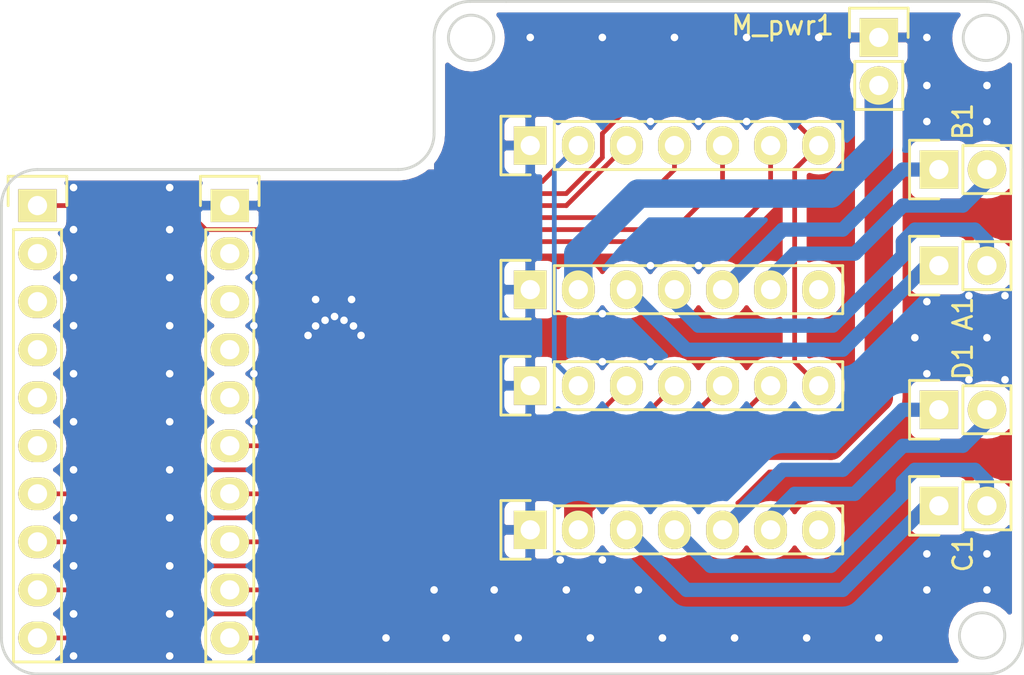
<source format=kicad_pcb>
(kicad_pcb (version 4) (host pcbnew 4.0.1-stable)
  (layers (0 F.Cu signal) (31 B.Cu signal) (34 B.Paste user hide) (35 F.Paste user hide) (36 B.SilkS user hide) (37 F.SilkS user hide) (38 B.Mask user hide) (39 F.Mask user hide) (44 Edge.Cuts user))
  (net 0 "")
  (net 1 "Net-(A1-Pad1)")
  (net 2 "Net-(A1-Pad2)")
  (net 3 "Net-(B1-Pad1)")
  (net 4 "Net-(B1-Pad2)")
  (net 5 "Net-(C1-Pad1)")
  (net 6 "Net-(C1-Pad2)")
  (net 7 "Net-(D1-Pad1)")
  (net 8 "Net-(D1-Pad2)")
  (net 9 "Net-(GPIO1-Pad2)")
  (net 10 "Net-(GPIO1-Pad3)")
  (net 11 "Net-(GPIO1-Pad4)")
  (net 12 "Net-(GPIO1-Pad5)")
  (net 13 "Net-(GPIO1-Pad6)")
  (net 14 "Net-(GPIO1-Pad7)")
  (net 15 "Net-(GPIO1-Pad8)")
  (net 16 "Net-(GPIO1-Pad9)")
  (net 17 "Net-(GPIO1-Pad10)")
  (net 18 "Net-(PWM1-Pad2)")
  (net 19 "Net-(PWM1-Pad3)")
  (net 20 "Net-(PWM1-Pad4)")
  (net 21 "Net-(PWM1-Pad5)")
  (net 22 "Net-(PWM1-Pad6)")
  (net 23 "Net-(MaL2-Pad7)")
  (net 24 "Net-(MaR1-Pad3)")
  (net 25 "Net-(MaR1-Pad5)")
  (net 26 "Net-(MbL2-Pad7)")
  (net 27 "Net-(MbR1-Pad3)")
  (net 28 "Net-(MbR1-Pad5)")
  (net 29 GND)
  (net 30 +BATT)
  (net 31 +3V3)
  (module Pin_Headers:Pin_Header_Straight_1x07 (layer F.Cu) (at 85.725 86.995 90)
    (fp_text reference MaR1 (at 8.89 -63.5 90) (layer F.SilkS))
    (fp_text value CONN_01X07)
    (pad 1 thru_hole rect (at 0 0 90) (size 2.032 1.7272) (drill 1.016) (layers *.Cu *.Mask F.SilkS) (net 29 GND))
    (pad 2 thru_hole oval (at 0 2.54 90) (size 2.032 1.7272) (drill 1.016) (layers *.Cu *.Mask F.SilkS) (net 31 +3V3))
    (pad 3 thru_hole oval (at 0 5.08 90) (size 2.032 1.7272) (drill 1.016) (layers *.Cu *.Mask F.SilkS) (net 24 "Net-(MaR1-Pad3)"))
    (pad 4 thru_hole oval (at 0 7.62 90) (size 2.032 1.7272) (drill 1.016) (layers *.Cu *.Mask F.SilkS) (net 16 "Net-(GPIO1-Pad9)"))
    (pad 5 thru_hole oval (at 0 10.16 90) (size 2.032 1.7272) (drill 1.016) (layers *.Cu *.Mask F.SilkS) (net 25 "Net-(MaR1-Pad5)"))
    (pad 6 thru_hole oval (at 0 12.7 90) (size 2.032 1.7272) (drill 1.016) (layers *.Cu *.Mask F.SilkS) (net 17 "Net-(GPIO1-Pad10)"))
    (pad 7 thru_hole oval (at 0 15.24 90) (size 2.032 1.7272) (drill 1.016) (layers *.Cu *.Mask F.SilkS) (net 13 "Net-(GPIO1-Pad6)"))
  )
  (module Pin_Headers:Pin_Header_Straight_1x10 (layer F.Cu) (at 59.69 77.47)
    (fp_text reference PWM1 (at -30.48 -3.81) (layer F.SilkS))
    (fp_text value CONN_01X10)
    (pad 1 thru_hole rect (at 0 0) (size 2.032 1.7272) (drill 1.016) (layers *.Cu *.Mask F.SilkS) (net 31 +3V3))
    (pad 2 thru_hole oval (at 0 2.54) (size 2.032 1.7272) (drill 1.016) (layers *.Cu *.Mask F.SilkS) (net 18 "Net-(PWM1-Pad2)"))
    (pad 3 thru_hole oval (at 0 5.08) (size 2.032 1.7272) (drill 1.016) (layers *.Cu *.Mask F.SilkS) (net 19 "Net-(PWM1-Pad3)"))
    (pad 4 thru_hole oval (at 0 7.62) (size 2.032 1.7272) (drill 1.016) (layers *.Cu *.Mask F.SilkS) (net 20 "Net-(PWM1-Pad4)"))
    (pad 5 thru_hole oval (at 0 10.16) (size 2.032 1.7272) (drill 1.016) (layers *.Cu *.Mask F.SilkS) (net 21 "Net-(PWM1-Pad5)"))
    (pad 6 thru_hole oval (at 0 12.7) (size 2.032 1.7272) (drill 1.016) (layers *.Cu *.Mask F.SilkS) (net 22 "Net-(PWM1-Pad6)"))
    (pad 7 thru_hole oval (at 0 15.24) (size 2.032 1.7272) (drill 1.016) (layers *.Cu *.Mask F.SilkS) (net 27 "Net-(MbR1-Pad3)"))
    (pad 8 thru_hole oval (at 0 17.78) (size 2.032 1.7272) (drill 1.016) (layers *.Cu *.Mask F.SilkS) (net 28 "Net-(MbR1-Pad5)"))
    (pad 9 thru_hole oval (at 0 20.32) (size 2.032 1.7272) (drill 1.016) (layers *.Cu *.Mask F.SilkS) (net 24 "Net-(MaR1-Pad3)"))
    (pad 10 thru_hole oval (at 0 22.86) (size 2.032 1.7272) (drill 1.016) (layers *.Cu *.Mask F.SilkS) (net 25 "Net-(MaR1-Pad5)"))
  )
  (module Pin_Headers:Pin_Header_Straight_1x02 (layer F.Cu) (at 107.315 80.645 90)
    (fp_text reference A1 (at -2.54 1.27 90) (layer F.SilkS))
    (fp_text value CONN_01X02)
    (pad 1 thru_hole rect (at 0 0 90) (size 2.032 2.032) (drill 1.016) (layers *.Cu *.Mask F.SilkS) (net 1 "Net-(A1-Pad1)"))
    (pad 2 thru_hole oval (at 0 2.54 90) (size 2.032 2.032) (drill 1.016) (layers *.Cu *.Mask F.SilkS) (net 2 "Net-(A1-Pad2)"))
  )
  (module Pin_Headers:Pin_Header_Straight_1x02 (layer F.Cu) (at 107.315 75.565 90)
    (fp_text reference B1 (at 2.54 1.27 90) (layer F.SilkS))
    (fp_text value CONN_01X02)
    (pad 1 thru_hole rect (at 0 0 90) (size 2.032 2.032) (drill 1.016) (layers *.Cu *.Mask F.SilkS) (net 3 "Net-(B1-Pad1)"))
    (pad 2 thru_hole oval (at 0 2.54 90) (size 2.032 2.032) (drill 1.016) (layers *.Cu *.Mask F.SilkS) (net 4 "Net-(B1-Pad2)"))
  )
  (module Pin_Headers:Pin_Header_Straight_1x02 (layer F.Cu) (at 107.315 93.345 90)
    (fp_text reference C1 (at -2.54 1.27 90) (layer F.SilkS))
    (fp_text value CONN_01X02)
    (pad 1 thru_hole rect (at 0 0 90) (size 2.032 2.032) (drill 1.016) (layers *.Cu *.Mask F.SilkS) (net 5 "Net-(C1-Pad1)"))
    (pad 2 thru_hole oval (at 0 2.54 90) (size 2.032 2.032) (drill 1.016) (layers *.Cu *.Mask F.SilkS) (net 6 "Net-(C1-Pad2)"))
  )
  (module Pin_Headers:Pin_Header_Straight_1x02 (layer F.Cu) (at 107.315 88.265 90)
    (fp_text reference D1 (at 2.54 1.27 90) (layer F.SilkS))
    (fp_text value CONN_01X02)
    (pad 1 thru_hole rect (at 0 0 90) (size 2.032 2.032) (drill 1.016) (layers *.Cu *.Mask F.SilkS) (net 7 "Net-(D1-Pad1)"))
    (pad 2 thru_hole oval (at 0 2.54 90) (size 2.032 2.032) (drill 1.016) (layers *.Cu *.Mask F.SilkS) (net 8 "Net-(D1-Pad2)"))
  )
  (module Pin_Headers:Pin_Header_Straight_1x10 (layer F.Cu) (at 69.85 77.47)
    (fp_text reference GPIO1 (at -41.91 -1.27) (layer F.SilkS))
    (fp_text value CONN_01X10)
    (pad 1 thru_hole rect (at 0 0) (size 2.032 1.7272) (drill 1.016) (layers *.Cu *.Mask F.SilkS) (net 29 GND))
    (pad 2 thru_hole oval (at 0 2.54) (size 2.032 1.7272) (drill 1.016) (layers *.Cu *.Mask F.SilkS) (net 9 "Net-(GPIO1-Pad2)"))
    (pad 3 thru_hole oval (at 0 5.08) (size 2.032 1.7272) (drill 1.016) (layers *.Cu *.Mask F.SilkS) (net 10 "Net-(GPIO1-Pad3)"))
    (pad 4 thru_hole oval (at 0 7.62) (size 2.032 1.7272) (drill 1.016) (layers *.Cu *.Mask F.SilkS) (net 11 "Net-(GPIO1-Pad4)"))
    (pad 5 thru_hole oval (at 0 10.16) (size 2.032 1.7272) (drill 1.016) (layers *.Cu *.Mask F.SilkS) (net 12 "Net-(GPIO1-Pad5)"))
    (pad 6 thru_hole oval (at 0 12.7) (size 2.032 1.7272) (drill 1.016) (layers *.Cu *.Mask F.SilkS) (net 13 "Net-(GPIO1-Pad6)"))
    (pad 7 thru_hole oval (at 0 15.24) (size 2.032 1.7272) (drill 1.016) (layers *.Cu *.Mask F.SilkS) (net 14 "Net-(GPIO1-Pad7)"))
    (pad 8 thru_hole oval (at 0 17.78) (size 2.032 1.7272) (drill 1.016) (layers *.Cu *.Mask F.SilkS) (net 15 "Net-(GPIO1-Pad8)"))
    (pad 9 thru_hole oval (at 0 20.32) (size 2.032 1.7272) (drill 1.016) (layers *.Cu *.Mask F.SilkS) (net 16 "Net-(GPIO1-Pad9)"))
    (pad 10 thru_hole oval (at 0 22.86) (size 2.032 1.7272) (drill 1.016) (layers *.Cu *.Mask F.SilkS) (net 17 "Net-(GPIO1-Pad10)"))
  )
  (module Pin_Headers:Pin_Header_Straight_1x07 (layer F.Cu) (at 85.725 94.615 90)
    (fp_text reference MaL2 (at 8.89 -60.96 90) (layer F.SilkS))
    (fp_text value CONN_01X07)
    (pad 1 thru_hole rect (at 0 0 90) (size 2.032 1.7272) (drill 1.016) (layers *.Cu *.Mask F.SilkS) (net 29 GND))
    (pad 2 thru_hole oval (at 0 2.54 90) (size 2.032 1.7272) (drill 1.016) (layers *.Cu *.Mask F.SilkS) (net 30 +BATT))
    (pad 3 thru_hole oval (at 0 5.08 90) (size 2.032 1.7272) (drill 1.016) (layers *.Cu *.Mask F.SilkS) (net 5 "Net-(C1-Pad1)"))
    (pad 4 thru_hole oval (at 0 7.62 90) (size 2.032 1.7272) (drill 1.016) (layers *.Cu *.Mask F.SilkS) (net 6 "Net-(C1-Pad2)"))
    (pad 5 thru_hole oval (at 0 10.16 90) (size 2.032 1.7272) (drill 1.016) (layers *.Cu *.Mask F.SilkS) (net 7 "Net-(D1-Pad1)"))
    (pad 6 thru_hole oval (at 0 12.7 90) (size 2.032 1.7272) (drill 1.016) (layers *.Cu *.Mask F.SilkS) (net 8 "Net-(D1-Pad2)"))
    (pad 7 thru_hole oval (at 0 15.24 90) (size 2.032 1.7272) (drill 1.016) (layers *.Cu *.Mask F.SilkS) (net 23 "Net-(MaL2-Pad7)"))
  )
  (module Pin_Headers:Pin_Header_Straight_1x07 (layer F.Cu) (at 85.725 81.915 90)
    (fp_text reference MbL2 (at -3.175 -62.865 90) (layer F.SilkS))
    (fp_text value CONN_01X07)
    (pad 1 thru_hole rect (at 0 0 90) (size 2.032 1.7272) (drill 1.016) (layers *.Cu *.Mask F.SilkS) (net 29 GND))
    (pad 2 thru_hole oval (at 0 2.54 90) (size 2.032 1.7272) (drill 1.016) (layers *.Cu *.Mask F.SilkS) (net 30 +BATT))
    (pad 3 thru_hole oval (at 0 5.08 90) (size 2.032 1.7272) (drill 1.016) (layers *.Cu *.Mask F.SilkS) (net 1 "Net-(A1-Pad1)"))
    (pad 4 thru_hole oval (at 0 7.62 90) (size 2.032 1.7272) (drill 1.016) (layers *.Cu *.Mask F.SilkS) (net 2 "Net-(A1-Pad2)"))
    (pad 5 thru_hole oval (at 0 10.16 90) (size 2.032 1.7272) (drill 1.016) (layers *.Cu *.Mask F.SilkS) (net 3 "Net-(B1-Pad1)"))
    (pad 6 thru_hole oval (at 0 12.7 90) (size 2.032 1.7272) (drill 1.016) (layers *.Cu *.Mask F.SilkS) (net 4 "Net-(B1-Pad2)"))
    (pad 7 thru_hole oval (at 0 15.24 90) (size 2.032 1.7272) (drill 1.016) (layers *.Cu *.Mask F.SilkS) (net 26 "Net-(MbL2-Pad7)"))
  )
  (module Pin_Headers:Pin_Header_Straight_1x07 (layer F.Cu) (at 85.725 74.295 90)
    (fp_text reference MbR1 (at -5.08 -59.055 90) (layer F.SilkS))
    (fp_text value CONN_01X07)
    (pad 1 thru_hole rect (at 0 0 90) (size 2.032 1.7272) (drill 1.016) (layers *.Cu *.Mask F.SilkS) (net 29 GND))
    (pad 2 thru_hole oval (at 0 2.54 90) (size 2.032 1.7272) (drill 1.016) (layers *.Cu *.Mask F.SilkS) (net 31 +3V3))
    (pad 3 thru_hole oval (at 0 5.08 90) (size 2.032 1.7272) (drill 1.016) (layers *.Cu *.Mask F.SilkS) (net 27 "Net-(MbR1-Pad3)"))
    (pad 4 thru_hole oval (at 0 7.62 90) (size 2.032 1.7272) (drill 1.016) (layers *.Cu *.Mask F.SilkS) (net 14 "Net-(GPIO1-Pad7)"))
    (pad 5 thru_hole oval (at 0 10.16 90) (size 2.032 1.7272) (drill 1.016) (layers *.Cu *.Mask F.SilkS) (net 28 "Net-(MbR1-Pad5)"))
    (pad 6 thru_hole oval (at 0 12.7 90) (size 2.032 1.7272) (drill 1.016) (layers *.Cu *.Mask F.SilkS) (net 15 "Net-(GPIO1-Pad8)"))
    (pad 7 thru_hole oval (at 0 15.24 90) (size 2.032 1.7272) (drill 1.016) (layers *.Cu *.Mask F.SilkS) (net 13 "Net-(GPIO1-Pad6)"))
  )
  (module Pin_Headers:Pin_Header_Straight_1x02 (layer F.Cu) (at 104.14 68.58)
    (fp_text reference M_pwr1 (at -5.08 -0.635) (layer F.SilkS))
    (fp_text value CONN_01X02)
    (pad 1 thru_hole rect (at 0 0) (size 2.032 2.032) (drill 1.016) (layers *.Cu *.Mask F.SilkS) (net 29 GND))
    (pad 2 thru_hole oval (at 0 2.54) (size 2.032 2.032) (drill 1.016) (layers *.Cu *.Mask F.SilkS) (net 30 +BATT))
  )
  (gr_circle (center 109.8 68.6) (end 109.8 69.8) (layer Edge.Cuts) (width 0.15))
  (gr_line (start 104.14 66.675) (end 109.855 66.675) (angle 90) (layer Edge.Cuts) (width 0.15))
  (gr_line (start 111.76 75.565) (end 111.76 68.58) (angle 90) (layer Edge.Cuts) (width 0.15))
  (gr_arc (start 109.855 68.58) (end 109.855 66.675) (angle 90) (layer Edge.Cuts) (width 0.15))
  (gr_circle (center 82.6 68.6) (end 82.6 69.8) (layer Edge.Cuts) (width 0.15))
  (gr_circle (center 109.6 100.2) (end 109.6 101.4) (layer Edge.Cuts) (width 0.15))
  (gr_line (start 111.76 100.33) (end 111.76 95.885) (angle 90) (layer Edge.Cuts) (width 0.15))
  (gr_line (start 78.105 102.235) (end 81.915 102.235) (angle 90) (layer Edge.Cuts) (width 0.15))
  (gr_line (start 78.74 75.565) (end 59.69 75.565) (angle 90) (layer Edge.Cuts) (width 0.15))
  (gr_line (start 57.785 100.33) (end 57.785 77.47) (angle 90) (layer Edge.Cuts) (width 0.15))
  (gr_line (start 78.105 102.235) (end 59.69 102.235) (angle 90) (layer Edge.Cuts) (width 0.15))
  (gr_arc (start 59.69 100.33) (end 59.69 102.235) (angle 90) (layer Edge.Cuts) (width 0.15))
  (gr_arc (start 59.69 77.47) (end 57.785 77.47) (angle 90) (layer Edge.Cuts) (width 0.15))
  (gr_line (start 109.855 102.235) (end 81.915 102.235) (angle 90) (layer Edge.Cuts) (width 0.15))
  (gr_line (start 111.76 93.98) (end 111.76 95.885) (angle 90) (layer Edge.Cuts) (width 0.15))
  (gr_arc (start 109.855 100.33) (end 111.76 100.33) (angle 90) (layer Edge.Cuts) (width 0.15))
  (gr_line (start 111.76 75.565) (end 111.76 93.98) (angle 90) (layer Edge.Cuts) (width 0.15))
  (gr_line (start 80.645 68.58) (end 80.645 69.215) (angle 90) (layer Edge.Cuts) (width 0.15))
  (gr_line (start 104.14 66.675) (end 84.455 66.675) (angle 90) (layer Edge.Cuts) (width 0.15))
  (gr_line (start 82.55 66.675) (end 84.455 66.675) (angle 90) (layer Edge.Cuts) (width 0.15))
  (gr_line (start 80.645 73.66) (end 80.645 69.215) (angle 90) (layer Edge.Cuts) (width 0.15))
  (gr_arc (start 82.55 68.58) (end 80.645 68.58) (angle 90) (layer Edge.Cuts) (width 0.15))
  (gr_arc (start 78.74 73.66) (end 80.645 73.66) (angle 90) (layer Edge.Cuts) (width 0.15))
  (segment (start 107.315 80.645) (end 106.68 80.645) (width 0.75) (layer B.Cu) (net 1))
  (segment (start 106.68 80.645) (end 102.235 85.09) (width 0.75) (layer B.Cu) (net 1))
  (segment (start 102.235 85.09) (end 93.98 85.09) (width 0.75) (layer B.Cu) (net 1))
  (segment (start 93.98 85.09) (end 90.805 81.915) (width 0.75) (layer B.Cu) (net 1))
  (segment (start 90.805 81.915) (end 93.98 85.09) (width 0.5) (layer B.Cu) (net 1))
  (segment (start 100.965 83.82) (end 94.615 83.82) (width 0.75) (layer B.Cu) (net 2))
  (segment (start 94.615 83.82) (end 93.345 82.55) (width 0.75) (layer B.Cu) (net 2))
  (segment (start 93.345 82.55) (end 93.345 81.915) (width 0.75) (layer B.Cu) (net 2))
  (segment (start 93.345 82.55) (end 93.345 81.915) (width 0.75) (layer B.Cu) (net 2))
  (segment (start 109.855 80.645) (end 109.855 79.375) (width 0.75) (layer B.Cu) (net 2))
  (segment (start 109.855 79.375) (end 109.22 78.74) (width 0.75) (layer B.Cu) (net 2))
  (segment (start 109.22 78.74) (end 106.045 78.74) (width 0.75) (layer B.Cu) (net 2))
  (segment (start 106.045 78.74) (end 105.41 79.375) (width 0.75) (layer B.Cu) (net 2))
  (segment (start 105.41 79.375) (end 105.41 80.11327) (width 0.75) (layer B.Cu) (net 2))
  (segment (start 105.41 80.11327) (end 101.70327 83.82) (width 0.75) (layer B.Cu) (net 2))
  (segment (start 101.70327 83.82) (end 100.965 83.82) (width 0.75) (layer B.Cu) (net 2))
  (segment (start 93.345 81.915) (end 93.345 82.55) (width 0.5) (layer B.Cu) (net 2))
  (segment (start 100.965 83.82) (end 101.880048 83.82) (width 0.5) (layer B.Cu) (net 2))
  (segment (start 101.880048 83.82) (end 105.41 80.290048) (width 0.5) (layer B.Cu) (net 2))
  (segment (start 105.41 80.290048) (end 105.41 79.375) (width 0.5) (layer B.Cu) (net 2))
  (segment (start 105.41 79.375) (end 106.045 78.74) (width 0.5) (layer B.Cu) (net 2))
  (segment (start 106.045 78.74) (end 109.22 78.74) (width 0.5) (layer B.Cu) (net 2))
  (segment (start 109.22 78.74) (end 109.855 79.375) (width 0.5) (layer B.Cu) (net 2))
  (segment (start 107.315 75.565) (end 105.41 75.565) (width 0.75) (layer B.Cu) (net 3))
  (segment (start 105.41 75.565) (end 102.235 78.74) (width 0.75) (layer B.Cu) (net 3))
  (segment (start 102.235 78.74) (end 99.06 78.74) (width 0.75) (layer B.Cu) (net 3))
  (segment (start 99.06 78.74) (end 95.885 81.915) (width 0.75) (layer B.Cu) (net 3))
  (segment (start 95.885 81.915) (end 98.425 79.375) (width 0.5) (layer B.Cu) (net 3))
  (segment (start 102.235 78.74) (end 105.41 75.565) (width 0.5) (layer B.Cu) (net 3))
  (segment (start 99.06 78.74) (end 102.235 78.74) (width 0.5) (layer B.Cu) (net 3))
  (segment (start 98.425 79.375) (end 99.06 78.74) (width 0.5) (layer B.Cu) (net 3))
  (segment (start 106.68 75.565) (end 107.315 75.565) (width 0.25) (layer B.Cu) (net 3))
  (segment (start 106.68 75.565) (end 107.315 75.565) (width 0.25) (layer F.Cu) (net 3))
  (segment (start 109.855 75.565) (end 109.855 76.2) (width 0.75) (layer B.Cu) (net 4))
  (segment (start 109.855 76.2) (end 108.585 77.47) (width 0.75) (layer B.Cu) (net 4))
  (segment (start 108.585 77.47) (end 105.41 77.47) (width 0.75) (layer B.Cu) (net 4))
  (segment (start 105.41 77.47) (end 102.87 80.01) (width 0.75) (layer B.Cu) (net 4))
  (segment (start 102.87 80.01) (end 99.695 80.01) (width 0.75) (layer B.Cu) (net 4))
  (segment (start 99.695 80.01) (end 98.425 81.28) (width 0.75) (layer B.Cu) (net 4))
  (segment (start 98.425 81.28) (end 98.425 81.915) (width 0.75) (layer B.Cu) (net 4))
  (segment (start 108.585 77.47) (end 109.855 76.2) (width 0.5) (layer B.Cu) (net 4))
  (segment (start 90.805 94.615) (end 93.98 97.79) (width 0.75) (layer B.Cu) (net 5))
  (segment (start 93.98 97.79) (end 102.235 97.79) (width 0.75) (layer B.Cu) (net 5))
  (segment (start 102.235 97.79) (end 106.68 93.345) (width 0.75) (layer B.Cu) (net 5))
  (segment (start 106.68 93.345) (end 107.315 93.345) (width 0.75) (layer B.Cu) (net 5))
  (segment (start 109.855 93.345) (end 109.855 92.075) (width 0.75) (layer B.Cu) (net 6))
  (segment (start 109.855 92.075) (end 109.22 91.44) (width 0.75) (layer B.Cu) (net 6))
  (segment (start 109.22 91.44) (end 106.045 91.44) (width 0.75) (layer B.Cu) (net 6))
  (segment (start 106.045 91.44) (end 105.41 92.075) (width 0.75) (layer B.Cu) (net 6))
  (segment (start 105.41 92.075) (end 105.41 92.71) (width 0.75) (layer B.Cu) (net 6))
  (segment (start 105.41 92.71) (end 101.6 96.52) (width 0.75) (layer B.Cu) (net 6))
  (segment (start 101.6 96.52) (end 95.25 96.52) (width 0.75) (layer B.Cu) (net 6))
  (segment (start 95.25 96.52) (end 93.345 94.615) (width 0.75) (layer B.Cu) (net 6))
  (segment (start 93.345 94.615) (end 95.25 96.52) (width 0.5) (layer B.Cu) (net 6))
  (segment (start 109.22 91.44) (end 109.855 92.075) (width 0.5) (layer B.Cu) (net 6))
  (segment (start 106.045 91.44) (end 109.22 91.44) (width 0.5) (layer B.Cu) (net 6))
  (segment (start 105.41 92.075) (end 106.045 91.44) (width 0.5) (layer B.Cu) (net 6))
  (segment (start 105.41 92.71) (end 105.41 92.075) (width 0.5) (layer B.Cu) (net 6))
  (segment (start 101.6 96.52) (end 105.41 92.71) (width 0.5) (layer B.Cu) (net 6))
  (segment (start 95.25 96.52) (end 101.6 96.52) (width 0.5) (layer B.Cu) (net 6))
  (segment (start 107.315 88.265) (end 105.41 88.265) (width 0.75) (layer B.Cu) (net 7))
  (segment (start 105.41 88.265) (end 102.235 91.44) (width 0.75) (layer B.Cu) (net 7))
  (segment (start 102.235 91.44) (end 99.06 91.44) (width 0.75) (layer B.Cu) (net 7))
  (segment (start 99.06 91.44) (end 95.885 94.615) (width 0.75) (layer B.Cu) (net 7))
  (segment (start 95.885 94.615) (end 99.06 91.44) (width 0.5) (layer B.Cu) (net 7))
  (segment (start 102.235 91.44) (end 105.41 88.265) (width 0.5) (layer B.Cu) (net 7))
  (segment (start 99.06 91.44) (end 102.235 91.44) (width 0.5) (layer B.Cu) (net 7))
  (segment (start 106.68 88.265) (end 107.315 88.265) (width 0.25) (layer B.Cu) (net 7))
  (segment (start 106.68 88.265) (end 107.315 88.265) (width 0.25) (layer F.Cu) (net 7))
  (segment (start 109.855 88.265) (end 109.855 88.9) (width 0.75) (layer B.Cu) (net 8))
  (segment (start 109.855 88.9) (end 108.585 90.17) (width 0.75) (layer B.Cu) (net 8))
  (segment (start 108.585 90.17) (end 105.41 90.17) (width 0.75) (layer B.Cu) (net 8))
  (segment (start 105.41 90.17) (end 102.87 92.71) (width 0.75) (layer B.Cu) (net 8))
  (segment (start 102.87 92.71) (end 99.695 92.71) (width 0.75) (layer B.Cu) (net 8))
  (segment (start 99.695 92.71) (end 98.425 93.98) (width 0.75) (layer B.Cu) (net 8))
  (segment (start 98.425 93.98) (end 98.425 94.615) (width 0.75) (layer B.Cu) (net 8))
  (segment (start 98.425 94.615) (end 98.425 93.98) (width 0.5) (layer B.Cu) (net 8))
  (segment (start 98.425 93.98) (end 99.695 92.71) (width 0.5) (layer B.Cu) (net 8))
  (segment (start 108.585 90.17) (end 109.855 88.9) (width 0.5) (layer B.Cu) (net 8))
  (segment (start 100.965 74.295) (end 99.695 75.565) (width 0.25) (layer F.Cu) (net 13))
  (segment (start 99.695 85.725) (end 100.965 86.995) (width 0.25) (layer F.Cu) (net 13))
  (segment (start 99.695 75.565) (end 99.695 85.725) (width 0.25) (layer F.Cu) (net 13))
  (segment (start 100.965 74.295) (end 100.965 74.93) (width 0.25) (layer F.Cu) (net 13))
  (segment (start 69.85 90.17) (end 76.2 90.17) (width 0.25) (layer F.Cu) (net 13))
  (segment (start 98.425 71.755) (end 100.965 74.295) (width 0.25) (layer F.Cu) (net 13))
  (segment (start 91.44 71.755) (end 98.425 71.755) (width 0.25) (layer F.Cu) (net 13))
  (segment (start 89.535 73.66) (end 91.44 71.755) (width 0.25) (layer F.Cu) (net 13))
  (segment (start 89.535 74.928602) (end 89.535 73.66) (width 0.25) (layer F.Cu) (net 13))
  (segment (start 87.628602 76.835) (end 89.535 74.928602) (width 0.25) (layer F.Cu) (net 13))
  (segment (start 82.55 76.835) (end 87.628602 76.835) (width 0.25) (layer F.Cu) (net 13))
  (segment (start 81.28 78.105) (end 82.55 76.835) (width 0.25) (layer F.Cu) (net 13))
  (segment (start 81.28 85.09) (end 81.28 78.105) (width 0.25) (layer F.Cu) (net 13))
  (segment (start 76.2 90.17) (end 81.28 85.09) (width 0.25) (layer F.Cu) (net 13))
  (segment (start 82.55 79.375) (end 82.55 86.36) (width 0.25) (layer F.Cu) (net 14))
  (segment (start 82.55 79.375) (end 83.82 78.105) (width 0.25) (layer F.Cu) (net 14))
  (segment (start 83.82 78.105) (end 90.805 78.105) (width 0.25) (layer F.Cu) (net 14))
  (segment (start 90.805 78.105) (end 93.345 75.565) (width 0.25) (layer F.Cu) (net 14))
  (segment (start 93.345 74.295) (end 93.345 75.565) (width 0.25) (layer F.Cu) (net 14))
  (segment (start 76.2 92.71) (end 69.85 92.71) (width 0.25) (layer F.Cu) (net 14))
  (segment (start 82.55 86.36) (end 76.2 92.71) (width 0.25) (layer F.Cu) (net 14))
  (segment (start 83.82 87.63) (end 76.2 95.25) (width 0.25) (layer F.Cu) (net 15))
  (segment (start 76.2 95.25) (end 69.85 95.25) (width 0.25) (layer F.Cu) (net 15))
  (segment (start 98.425 74.295) (end 98.425 76.835) (width 0.25) (layer F.Cu) (net 15))
  (segment (start 95.885 79.375) (end 98.425 76.835) (width 0.25) (layer F.Cu) (net 15))
  (segment (start 85.09 79.375) (end 95.885 79.375) (width 0.25) (layer F.Cu) (net 15))
  (segment (start 83.82 80.645) (end 85.09 79.375) (width 0.25) (layer F.Cu) (net 15))
  (segment (start 83.82 86.995) (end 83.82 80.645) (width 0.25) (layer F.Cu) (net 15))
  (segment (start 83.82 87.63) (end 83.82 86.995) (width 0.25) (layer F.Cu) (net 15))
  (segment (start 81.915 92.075) (end 76.2 97.79) (width 0.25) (layer F.Cu) (net 16))
  (segment (start 90.805 89.535) (end 84.455 89.535) (width 0.25) (layer F.Cu) (net 16))
  (segment (start 84.455 89.535) (end 81.915 92.075) (width 0.25) (layer F.Cu) (net 16))
  (segment (start 93.345 86.995) (end 90.805 89.535) (width 0.25) (layer F.Cu) (net 16))
  (segment (start 76.2 97.79) (end 69.85 97.79) (width 0.25) (layer F.Cu) (net 16))
  (segment (start 81.915 94.615) (end 76.2 100.33) (width 0.25) (layer F.Cu) (net 17))
  (segment (start 96.52 88.9) (end 94.615 90.805) (width 0.25) (layer F.Cu) (net 17))
  (segment (start 85.725 90.805) (end 81.915 94.615) (width 0.25) (layer F.Cu) (net 17))
  (segment (start 94.615 90.805) (end 85.725 90.805) (width 0.25) (layer F.Cu) (net 17))
  (segment (start 98.425 86.995) (end 96.52 88.9) (width 0.25) (layer F.Cu) (net 17))
  (segment (start 76.2 100.33) (end 69.85 100.33) (width 0.25) (layer F.Cu) (net 17))
  (segment (start 81.915 90.805) (end 76.2 96.52) (width 0.25) (layer F.Cu) (net 24))
  (segment (start 89.535 88.265) (end 88.9 88.9) (width 0.25) (layer F.Cu) (net 24))
  (segment (start 88.9 88.9) (end 83.82 88.9) (width 0.25) (layer F.Cu) (net 24))
  (segment (start 83.82 88.9) (end 81.915 90.805) (width 0.25) (layer F.Cu) (net 24))
  (segment (start 90.805 86.995) (end 89.535 88.265) (width 0.25) (layer F.Cu) (net 24))
  (segment (start 67.31 97.79) (end 59.69 97.79) (width 0.25) (layer F.Cu) (net 24))
  (segment (start 68.58 96.52) (end 67.31 97.79) (width 0.25) (layer F.Cu) (net 24))
  (segment (start 76.2 96.52) (end 68.58 96.52) (width 0.25) (layer F.Cu) (net 24))
  (segment (start 81.915 93.345) (end 76.2 99.06) (width 0.25) (layer F.Cu) (net 25))
  (segment (start 92.71 90.17) (end 85.09 90.17) (width 0.25) (layer F.Cu) (net 25))
  (segment (start 85.09 90.17) (end 81.915 93.345) (width 0.25) (layer F.Cu) (net 25))
  (segment (start 95.885 86.995) (end 92.71 90.17) (width 0.25) (layer F.Cu) (net 25))
  (segment (start 67.31 100.33) (end 59.69 100.33) (width 0.25) (layer F.Cu) (net 25))
  (segment (start 68.58 99.06) (end 67.31 100.33) (width 0.25) (layer F.Cu) (net 25))
  (segment (start 76.2 99.06) (end 68.58 99.06) (width 0.25) (layer F.Cu) (net 25))
  (segment (start 87.63 77.47) (end 90.805 74.295) (width 0.25) (layer F.Cu) (net 27))
  (segment (start 81.915 78.74) (end 81.915 85.725) (width 0.25) (layer F.Cu) (net 27))
  (segment (start 81.915 78.74) (end 83.185 77.47) (width 0.25) (layer F.Cu) (net 27))
  (segment (start 83.185 77.47) (end 87.63 77.47) (width 0.25) (layer F.Cu) (net 27))
  (segment (start 87.63 77.47) (end 87.63 77.47) (width 0.25) (layer F.Cu) (net 27))
  (segment (start 87.63 77.47) (end 87.63 77.47) (width 0.25) (layer F.Cu) (net 27))
  (segment (start 67.31 92.71) (end 59.69 92.71) (width 0.25) (layer F.Cu) (net 27))
  (segment (start 68.58 91.44) (end 67.31 92.71) (width 0.25) (layer F.Cu) (net 27))
  (segment (start 76.2 91.44) (end 68.58 91.44) (width 0.25) (layer F.Cu) (net 27))
  (segment (start 81.915 85.725) (end 76.2 91.44) (width 0.25) (layer F.Cu) (net 27))
  (segment (start 83.185 86.995) (end 76.2 93.98) (width 0.25) (layer F.Cu) (net 28))
  (segment (start 83.185 86.995) (end 83.185 85.725) (width 0.25) (layer F.Cu) (net 28))
  (segment (start 83.185 85.725) (end 83.185 80.01) (width 0.25) (layer F.Cu) (net 28))
  (segment (start 83.185 80.01) (end 84.455 78.74) (width 0.25) (layer F.Cu) (net 28))
  (segment (start 84.455 78.74) (end 93.345 78.74) (width 0.25) (layer F.Cu) (net 28))
  (segment (start 93.345 78.74) (end 95.885 76.2) (width 0.25) (layer F.Cu) (net 28))
  (segment (start 95.885 74.295) (end 95.885 76.2) (width 0.25) (layer F.Cu) (net 28))
  (segment (start 67.31 95.25) (end 59.69 95.25) (width 0.25) (layer F.Cu) (net 28))
  (segment (start 68.58 93.98) (end 67.31 95.25) (width 0.25) (layer F.Cu) (net 28))
  (segment (start 76.2 93.98) (end 68.58 93.98) (width 0.25) (layer F.Cu) (net 28))
  (segment (start 85.725 74.295) (end 85.725 72.39) (width 0.25) (layer B.Cu) (net 29))
  (via (at 97.155 73.025) (size 0.6) (drill 0.4) (layers F.Cu B.Cu) (net 29))
  (segment (start 96.52 72.39) (end 97.155 73.025) (width 0.25) (layer B.Cu) (net 29))
  (segment (start 95.25 72.39) (end 96.52 72.39) (width 0.25) (layer B.Cu) (net 29))
  (segment (start 94.615 73.025) (end 95.25 72.39) (width 0.25) (layer B.Cu) (net 29))
  (via (at 94.615 73.025) (size 0.6) (drill 0.4) (layers F.Cu B.Cu) (net 29))
  (segment (start 94.103708 72.601959) (end 94.615 73.025) (width 0.25) (layer F.Cu) (net 29))
  (segment (start 92.713323 72.610439) (end 94.103708 72.601959) (width 0.25) (layer F.Cu) (net 29))
  (segment (start 92.075 73.025) (end 92.713323 72.610439) (width 0.25) (layer F.Cu) (net 29))
  (via (at 92.075 73.025) (size 0.6) (drill 0.4) (layers F.Cu B.Cu) (net 29))
  (segment (start 91.44 72.39) (end 92.075 73.025) (width 0.25) (layer B.Cu) (net 29))
  (segment (start 85.725 72.39) (end 91.44 72.39) (width 0.25) (layer B.Cu) (net 29))
  (segment (start 85.725 81.915) (end 85.725 80.255) (width 0.25) (layer F.Cu) (net 29))
  (via (at 94.615 80.645) (size 0.6) (drill 0.4) (layers F.Cu B.Cu) (net 29))
  (segment (start 93.98 80.01) (end 94.615 80.645) (width 0.25) (layer B.Cu) (net 29))
  (segment (start 92.71 80.01) (end 93.98 80.01) (width 0.25) (layer B.Cu) (net 29))
  (segment (start 92.075 80.645) (end 92.71 80.01) (width 0.25) (layer B.Cu) (net 29))
  (via (at 92.075 80.645) (size 0.6) (drill 0.4) (layers F.Cu B.Cu) (net 29))
  (segment (start 91.605 80.265) (end 92.075 80.645) (width 0.25) (layer F.Cu) (net 29))
  (segment (start 88.915 80.185) (end 91.605 80.265) (width 0.25) (layer F.Cu) (net 29))
  (segment (start 85.725 80.255) (end 88.915 80.185) (width 0.25) (layer F.Cu) (net 29))
  (segment (start 87.63 97.79) (end 87.9475 97.79) (width 0.25) (layer F.Cu) (net 29))
  (segment (start 87.3125 96.2025) (end 86.6775 96.52) (width 0.25) (layer F.Cu) (net 29))
  (via (at 87.3125 96.2025) (size 0.6) (drill 0.4) (layers F.Cu B.Cu) (net 29))
  (segment (start 87.3125 96.52) (end 87.3125 96.2025) (width 0.25) (layer B.Cu) (net 29))
  (segment (start 89.2175 96.52) (end 87.3125 96.52) (width 0.25) (layer B.Cu) (net 29))
  (segment (start 89.535 96.2025) (end 89.2175 96.52) (width 0.25) (layer B.Cu) (net 29))
  (via (at 89.535 96.2025) (size 0.6) (drill 0.4) (layers F.Cu B.Cu) (net 29))
  (segment (start 87.9475 97.79) (end 89.535 96.2025) (width 0.25) (layer F.Cu) (net 29))
  (segment (start 85.725 94.615) (end 85.725 92.71) (width 0.25) (layer B.Cu) (net 29))
  (segment (start 106.68 86.36) (end 106.3625 86.36) (width 0.25) (layer B.Cu) (net 29))
  (segment (start 69.85 77.47) (end 71.4375 77.47) (width 0.25) (layer B.Cu) (net 29))
  (via (at 71.12 88.9) (size 0.6) (drill 0.4) (layers F.Cu B.Cu) (net 29))
  (segment (start 71.755 88.265) (end 71.12 88.9) (width 0.25) (layer F.Cu) (net 29))
  (segment (start 71.755 86.995) (end 71.755 88.265) (width 0.25) (layer F.Cu) (net 29))
  (segment (start 71.12 86.36) (end 71.755 86.995) (width 0.25) (layer F.Cu) (net 29))
  (via (at 71.12 86.36) (size 0.6) (drill 0.4) (layers F.Cu B.Cu) (net 29))
  (segment (start 71.755 85.725) (end 71.12 86.36) (width 0.25) (layer B.Cu) (net 29))
  (segment (start 71.755 84.455) (end 71.755 85.725) (width 0.25) (layer B.Cu) (net 29))
  (segment (start 71.12 83.82) (end 71.755 84.455) (width 0.25) (layer B.Cu) (net 29))
  (via (at 71.12 83.82) (size 0.6) (drill 0.4) (layers F.Cu B.Cu) (net 29))
  (segment (start 72.0725 82.8675) (end 71.12 83.82) (width 0.25) (layer F.Cu) (net 29))
  (segment (start 72.0725 82.2325) (end 72.0725 82.8675) (width 0.25) (layer F.Cu) (net 29))
  (segment (start 71.12 81.28) (end 72.0725 82.2325) (width 0.25) (layer F.Cu) (net 29))
  (via (at 71.12 81.28) (size 0.6) (drill 0.4) (layers F.Cu B.Cu) (net 29))
  (segment (start 72.39 80.01) (end 71.12 81.28) (width 0.25) (layer B.Cu) (net 29))
  (segment (start 72.39 78.4225) (end 72.39 80.01) (width 0.25) (layer B.Cu) (net 29))
  (segment (start 71.4375 77.47) (end 72.39 78.4225) (width 0.25) (layer B.Cu) (net 29))
  (segment (start 61.595 99.06) (end 61.595 101.2825) (width 0.25) (layer B.Cu) (net 29))
  (segment (start 66.675 101.2825) (end 66.675 99.06) (width 0.25) (layer B.Cu) (net 29))
  (via (at 66.675 101.2825) (size 0.6) (drill 0.4) (layers F.Cu B.Cu) (net 29))
  (segment (start 61.595 101.2825) (end 66.675 101.2825) (width 0.25) (layer F.Cu) (net 29))
  (via (at 61.595 101.2825) (size 0.6) (drill 0.4) (layers F.Cu B.Cu) (net 29))
  (segment (start 109.855 84.455) (end 109.855 83.185) (width 0.25) (layer F.Cu) (net 29))
  (segment (start 85.725 92.71) (end 88.9 89.535) (width 0.25) (layer B.Cu) (net 29))
  (segment (start 92.71 88.9) (end 99.695 89.535) (width 0.25) (layer B.Cu) (net 29))
  (segment (start 88.9 89.535) (end 92.71 88.9) (width 0.25) (layer B.Cu) (net 29))
  (segment (start 99.695 89.535) (end 101.6 89.535) (width 0.25) (layer B.Cu) (net 29))
  (segment (start 101.6 89.535) (end 106.045 84.455) (width 0.25) (layer B.Cu) (net 29))
  (via (at 106.045 84.455) (size 0.6) (drill 0.4) (layers F.Cu B.Cu) (net 29))
  (segment (start 106.045 84.455) (end 109.855 84.455) (width 0.25) (layer F.Cu) (net 29))
  (via (at 109.855 84.455) (size 0.6) (drill 0.4) (layers F.Cu B.Cu) (net 29))
  (segment (start 106.045 83.185) (end 106.045 86.0425) (width 0.25) (layer F.Cu) (net 29))
  (segment (start 106.68 82.55) (end 106.045 83.185) (width 0.25) (layer F.Cu) (net 29))
  (via (at 106.68 82.55) (size 0.6) (drill 0.4) (layers F.Cu B.Cu) (net 29))
  (segment (start 106.68 85.725) (end 106.68 82.55) (width 0.25) (layer B.Cu) (net 29))
  (segment (start 106.68 86.36) (end 106.68 85.725) (width 0.25) (layer B.Cu) (net 29))
  (via (at 106.68 86.36) (size 0.6) (drill 0.4) (layers F.Cu B.Cu) (net 29))
  (segment (start 106.68 86.36) (end 106.68 86.36) (width 0.25) (layer F.Cu) (net 29))
  (segment (start 110.8075 82.2325) (end 106.68 86.36) (width 0.25) (layer F.Cu) (net 29))
  (via (at 110.8075 82.2325) (size 0.6) (drill 0.4) (layers F.Cu B.Cu) (net 29))
  (segment (start 110.8075 86.6775) (end 110.8075 82.2325) (width 0.25) (layer B.Cu) (net 29))
  (via (at 110.8075 86.6775) (size 0.6) (drill 0.4) (layers F.Cu B.Cu) (net 29))
  (segment (start 110.1725 86.0425) (end 110.8075 86.6775) (width 0.25) (layer F.Cu) (net 29))
  (segment (start 109.5375 86.0425) (end 110.1725 86.0425) (width 0.25) (layer F.Cu) (net 29))
  (segment (start 108.9025 86.6775) (end 109.5375 86.0425) (width 0.25) (layer F.Cu) (net 29))
  (via (at 108.9025 86.6775) (size 0.6) (drill 0.4) (layers F.Cu B.Cu) (net 29))
  (segment (start 108.9025 82.2325) (end 108.9025 86.6775) (width 0.25) (layer B.Cu) (net 29))
  (via (at 108.9025 82.2325) (size 0.6) (drill 0.4) (layers F.Cu B.Cu) (net 29))
  (segment (start 109.855 83.185) (end 108.9025 82.2325) (width 0.25) (layer F.Cu) (net 29))
  (segment (start 85.725 81.915) (end 85.725 83.82) (width 0.25) (layer F.Cu) (net 29))
  (via (at 92.075 85.725) (size 0.6) (drill 0.4) (layers F.Cu B.Cu) (net 29))
  (segment (start 92.075 85.09) (end 92.075 85.725) (width 0.25) (layer F.Cu) (net 29))
  (segment (start 91.44 84.455) (end 92.075 85.09) (width 0.25) (layer F.Cu) (net 29))
  (segment (start 90.805 84.455) (end 91.44 84.455) (width 0.25) (layer F.Cu) (net 29))
  (segment (start 89.535 85.725) (end 90.805 84.455) (width 0.25) (layer F.Cu) (net 29))
  (via (at 89.535 85.725) (size 0.6) (drill 0.4) (layers F.Cu B.Cu) (net 29))
  (segment (start 89.535 83.185) (end 89.535 85.725) (width 0.25) (layer B.Cu) (net 29))
  (via (at 89.535 83.185) (size 0.6) (drill 0.4) (layers F.Cu B.Cu) (net 29))
  (segment (start 88.265 84.455) (end 89.535 83.185) (width 0.25) (layer F.Cu) (net 29))
  (segment (start 86.36 84.455) (end 88.265 84.455) (width 0.25) (layer F.Cu) (net 29))
  (segment (start 85.725 83.82) (end 86.36 84.455) (width 0.25) (layer F.Cu) (net 29))
  (segment (start 96.52 100.33) (end 96.52 100.33) (width 0.25) (layer F.Cu) (net 29))
  (segment (start 96.52 100.33) (end 100.33 100.33) (width 0.25) (layer B.Cu) (net 29))
  (via (at 96.52 100.33) (size 0.6) (drill 0.4) (layers F.Cu B.Cu) (net 29))
  (via (at 100.33 100.33) (size 0.6) (drill 0.4) (layers F.Cu B.Cu) (net 29))
  (segment (start 66.675 78.74) (end 66.675 81.28) (width 0.25) (layer B.Cu) (net 29))
  (segment (start 66.675 88.9) (end 66.675 91.44) (width 0.25) (layer B.Cu) (net 29))
  (via (at 66.675 88.9) (size 0.6) (drill 0.4) (layers F.Cu B.Cu) (net 29))
  (segment (start 66.675 86.36) (end 66.675 88.9) (width 0.25) (layer F.Cu) (net 29))
  (via (at 66.675 86.36) (size 0.6) (drill 0.4) (layers F.Cu B.Cu) (net 29))
  (segment (start 66.675 83.82) (end 66.675 86.36) (width 0.25) (layer B.Cu) (net 29))
  (via (at 66.675 83.82) (size 0.6) (drill 0.4) (layers F.Cu B.Cu) (net 29))
  (segment (start 66.675 81.28) (end 66.675 83.82) (width 0.25) (layer F.Cu) (net 29))
  (via (at 66.675 81.28) (size 0.6) (drill 0.4) (layers F.Cu B.Cu) (net 29))
  (segment (start 61.595 78.74) (end 61.595 81.28) (width 0.25) (layer B.Cu) (net 29))
  (segment (start 61.595 88.9) (end 61.595 91.44) (width 0.25) (layer B.Cu) (net 29))
  (via (at 61.595 88.9) (size 0.6) (drill 0.4) (layers F.Cu B.Cu) (net 29))
  (segment (start 61.595 86.36) (end 61.595 88.9) (width 0.25) (layer F.Cu) (net 29))
  (via (at 61.595 86.36) (size 0.6) (drill 0.4) (layers F.Cu B.Cu) (net 29))
  (segment (start 61.595 83.82) (end 61.595 86.36) (width 0.25) (layer B.Cu) (net 29))
  (via (at 61.595 83.82) (size 0.6) (drill 0.4) (layers F.Cu B.Cu) (net 29))
  (segment (start 61.595 81.28) (end 61.595 83.82) (width 0.25) (layer F.Cu) (net 29))
  (via (at 61.595 81.28) (size 0.6) (drill 0.4) (layers F.Cu B.Cu) (net 29))
  (segment (start 85.725 94.615) (end 83.82 94.615) (width 0.25) (layer B.Cu) (net 29))
  (via (at 106.68 95.885) (size 0.6) (drill 0.4) (layers F.Cu B.Cu) (net 29))
  (segment (start 109.855 95.885) (end 106.68 95.885) (width 0.25) (layer F.Cu) (net 29))
  (via (at 109.855 95.885) (size 0.6) (drill 0.4) (layers F.Cu B.Cu) (net 29))
  (segment (start 109.855 97.79) (end 109.855 95.885) (width 0.25) (layer B.Cu) (net 29))
  (via (at 109.855 97.79) (size 0.6) (drill 0.4) (layers F.Cu B.Cu) (net 29))
  (segment (start 106.68 97.79) (end 109.855 97.79) (width 0.25) (layer F.Cu) (net 29))
  (via (at 106.68 97.79) (size 0.6) (drill 0.4) (layers F.Cu B.Cu) (net 29))
  (segment (start 104.14 100.33) (end 106.68 97.79) (width 0.25) (layer B.Cu) (net 29))
  (via (at 104.14 100.33) (size 0.6) (drill 0.4) (layers F.Cu B.Cu) (net 29))
  (segment (start 100.33 100.33) (end 104.14 100.33) (width 0.25) (layer F.Cu) (net 29))
  (segment (start 92.71 100.33) (end 96.52 100.33) (width 0.25) (layer F.Cu) (net 29))
  (via (at 92.71 100.33) (size 0.6) (drill 0.4) (layers F.Cu B.Cu) (net 29))
  (segment (start 91.44 97.79) (end 92.71 100.33) (width 0.25) (layer B.Cu) (net 29))
  (via (at 91.44 97.79) (size 0.6) (drill 0.4) (layers F.Cu B.Cu) (net 29))
  (segment (start 88.9 100.33) (end 91.44 97.79) (width 0.25) (layer F.Cu) (net 29))
  (via (at 88.9 100.33) (size 0.6) (drill 0.4) (layers F.Cu B.Cu) (net 29))
  (segment (start 85.09 100.33) (end 88.9 100.33) (width 0.25) (layer B.Cu) (net 29))
  (via (at 85.09 100.33) (size 0.6) (drill 0.4) (layers F.Cu B.Cu) (net 29))
  (segment (start 87.63 97.79) (end 85.09 100.33) (width 0.25) (layer F.Cu) (net 29))
  (via (at 87.63 97.79) (size 0.6) (drill 0.4) (layers F.Cu B.Cu) (net 29))
  (segment (start 83.82 97.79) (end 87.63 97.79) (width 0.25) (layer B.Cu) (net 29))
  (via (at 83.82 97.79) (size 0.6) (drill 0.4) (layers F.Cu B.Cu) (net 29))
  (segment (start 81.28 100.33) (end 83.82 97.79) (width 0.25) (layer F.Cu) (net 29))
  (via (at 81.28 100.33) (size 0.6) (drill 0.4) (layers F.Cu B.Cu) (net 29))
  (segment (start 78.105 100.33) (end 81.28 100.33) (width 0.25) (layer B.Cu) (net 29))
  (via (at 78.105 100.33) (size 0.6) (drill 0.4) (layers F.Cu B.Cu) (net 29))
  (segment (start 80.645 97.79) (end 78.105 100.33) (width 0.25) (layer F.Cu) (net 29))
  (via (at 80.645 97.79) (size 0.6) (drill 0.4) (layers F.Cu B.Cu) (net 29))
  (segment (start 83.82 94.615) (end 80.645 97.79) (width 0.25) (layer B.Cu) (net 29))
  (segment (start 104.14 68.58) (end 106.68 68.58) (width 0.25) (layer F.Cu) (net 29))
  (via (at 106.68 73.025) (size 0.6) (drill 0.4) (layers F.Cu B.Cu) (net 29))
  (segment (start 109.855 73.025) (end 106.68 73.025) (width 0.25) (layer F.Cu) (net 29))
  (via (at 109.855 73.025) (size 0.6) (drill 0.4) (layers F.Cu B.Cu) (net 29))
  (segment (start 109.855 71.12) (end 109.855 73.025) (width 0.25) (layer B.Cu) (net 29))
  (via (at 109.855 71.12) (size 0.6) (drill 0.4) (layers F.Cu B.Cu) (net 29))
  (segment (start 106.68 71.12) (end 109.855 71.12) (width 0.25) (layer F.Cu) (net 29))
  (via (at 106.68 71.12) (size 0.6) (drill 0.4) (layers F.Cu B.Cu) (net 29))
  (segment (start 106.68 68.58) (end 106.68 71.12) (width 0.25) (layer B.Cu) (net 29))
  (via (at 106.68 68.58) (size 0.6) (drill 0.4) (layers F.Cu B.Cu) (net 29))
  (segment (start 85.725 74.295) (end 85.725 68.58) (width 0.25) (layer B.Cu) (net 29))
  (segment (start 101.6 68.58) (end 104.14 68.58) (width 0.25) (layer F.Cu) (net 29))
  (segment (start 100.965 68.58) (end 101.6 68.58) (width 0.25) (layer F.Cu) (net 29))
  (via (at 100.965 68.58) (size 0.6) (drill 0.4) (layers F.Cu B.Cu) (net 29))
  (segment (start 97.155 68.58) (end 100.965 68.58) (width 0.25) (layer B.Cu) (net 29))
  (via (at 97.155 68.58) (size 0.6) (drill 0.4) (layers F.Cu B.Cu) (net 29))
  (segment (start 93.345 68.58) (end 97.155 68.58) (width 0.25) (layer F.Cu) (net 29))
  (via (at 93.345 68.58) (size 0.6) (drill 0.4) (layers F.Cu B.Cu) (net 29))
  (segment (start 89.535 68.58) (end 93.345 68.58) (width 0.25) (layer B.Cu) (net 29))
  (via (at 89.535 68.58) (size 0.6) (drill 0.4) (layers F.Cu B.Cu) (net 29))
  (segment (start 85.725 68.58) (end 89.535 68.58) (width 0.25) (layer F.Cu) (net 29))
  (via (at 85.725 68.58) (size 0.6) (drill 0.4) (layers F.Cu B.Cu) (net 29))
  (segment (start 69.85 77.47) (end 67.62 77.47) (width 0.25) (layer B.Cu) (net 29))
  (via (at 66.675 78.74) (size 0.6) (drill 0.4) (layers F.Cu B.Cu) (net 29))
  (segment (start 61.595 78.74) (end 66.675 78.74) (width 0.25) (layer F.Cu) (net 29))
  (via (at 61.595 78.74) (size 0.6) (drill 0.4) (layers F.Cu B.Cu) (net 29))
  (segment (start 61.595 76.5175) (end 61.595 78.74) (width 0.25) (layer B.Cu) (net 29))
  (via (at 61.595 76.5175) (size 0.6) (drill 0.4) (layers F.Cu B.Cu) (net 29))
  (segment (start 66.675 76.5175) (end 61.595 76.5175) (width 0.25) (layer F.Cu) (net 29))
  (via (at 66.675 76.5175) (size 0.6) (drill 0.4) (layers F.Cu B.Cu) (net 29))
  (segment (start 67.62 77.47) (end 66.675 76.5175) (width 0.25) (layer B.Cu) (net 29))
  (via (at 66.675 91.44) (size 0.6) (drill 0.4) (layers F.Cu B.Cu) (net 29))
  (via (at 61.595 91.44) (size 0.6) (drill 0.4) (layers F.Cu B.Cu) (net 29))
  (segment (start 66.675 91.44) (end 61.595 91.44) (width 0.25) (layer F.Cu) (net 29))
  (segment (start 61.595 91.44) (end 61.595 93.98) (width 0.25) (layer B.Cu) (net 29))
  (via (at 61.595 93.98) (size 0.6) (drill 0.4) (layers F.Cu B.Cu) (net 29))
  (segment (start 61.595 93.98) (end 61.595 93.98) (width 0.25) (layer F.Cu) (net 29))
  (via (at 61.595 93.98) (size 0.6) (drill 0.4) (layers F.Cu B.Cu) (net 29))
  (segment (start 61.595 93.98) (end 61.595 96.52) (width 0.25) (layer B.Cu) (net 29))
  (via (at 61.595 96.52) (size 0.6) (drill 0.4) (layers F.Cu B.Cu) (net 29))
  (segment (start 61.595 96.52) (end 61.595 96.52) (width 0.25) (layer F.Cu) (net 29))
  (via (at 61.595 96.52) (size 0.6) (drill 0.4) (layers F.Cu B.Cu) (net 29))
  (segment (start 61.595 96.52) (end 61.595 99.06) (width 0.25) (layer B.Cu) (net 29))
  (via (at 61.595 99.06) (size 0.6) (drill 0.4) (layers F.Cu B.Cu) (net 29))
  (segment (start 61.595 99.06) (end 61.595 99.06) (width 0.25) (layer F.Cu) (net 29))
  (via (at 61.595 99.06) (size 0.6) (drill 0.4) (layers F.Cu B.Cu) (net 29))
  (via (at 66.675 99.06) (size 0.6) (drill 0.4) (layers F.Cu B.Cu) (net 29))
  (segment (start 66.675 99.06) (end 66.675 99.06) (width 0.25) (layer F.Cu) (net 29))
  (via (at 66.675 99.06) (size 0.6) (drill 0.4) (layers F.Cu B.Cu) (net 29))
  (segment (start 66.675 99.06) (end 66.675 96.52) (width 0.25) (layer B.Cu) (net 29))
  (via (at 66.675 96.52) (size 0.6) (drill 0.4) (layers F.Cu B.Cu) (net 29))
  (segment (start 66.675 96.52) (end 66.675 96.52) (width 0.25) (layer F.Cu) (net 29))
  (via (at 66.675 96.52) (size 0.6) (drill 0.4) (layers F.Cu B.Cu) (net 29))
  (segment (start 66.675 96.52) (end 66.675 93.98) (width 0.25) (layer B.Cu) (net 29))
  (via (at 66.675 93.98) (size 0.6) (drill 0.4) (layers F.Cu B.Cu) (net 29))
  (segment (start 66.675 93.98) (end 66.675 93.98) (width 0.25) (layer F.Cu) (net 29))
  (via (at 66.675 93.98) (size 0.6) (drill 0.4) (layers F.Cu B.Cu) (net 29))
  (segment (start 66.675 93.98) (end 66.675 91.44) (width 0.25) (layer B.Cu) (net 29))
  (segment (start 66.675 91.44) (end 66.675 91.34) (width 0.25) (layer B.Cu) (net 29))
  (segment (start 85.725 81.915) (end 74.905 81.915) (width 0.25) (layer B.Cu) (net 29))
  (segment (start 76.385 83.835) (end 76.485 83.835) (width 0.25) (layer F.Cu) (net 29))
  (via (at 76.385 83.835) (size 0.6) (drill 0.4) (layers F.Cu B.Cu) (net 29))
  (segment (start 76.185 83.835) (end 76.385 83.835) (width 0.25) (layer B.Cu) (net 29))
  (segment (start 75.885 83.535) (end 76.185 83.835) (width 0.25) (layer B.Cu) (net 29))
  (via (at 75.885 83.535) (size 0.6) (drill 0.4) (layers F.Cu B.Cu) (net 29))
  (segment (start 75.585 83.535) (end 75.885 83.535) (width 0.25) (layer F.Cu) (net 29))
  (segment (start 75.385 83.335) (end 75.585 83.535) (width 0.25) (layer F.Cu) (net 29))
  (via (at 75.385 83.335) (size 0.6) (drill 0.4) (layers F.Cu B.Cu) (net 29))
  (segment (start 75.085 83.335) (end 75.385 83.335) (width 0.25) (layer B.Cu) (net 29))
  (segment (start 74.885 83.535) (end 75.085 83.335) (width 0.25) (layer B.Cu) (net 29))
  (via (at 74.885 83.535) (size 0.6) (drill 0.4) (layers F.Cu B.Cu) (net 29))
  (segment (start 74.685 83.535) (end 74.885 83.535) (width 0.25) (layer F.Cu) (net 29))
  (segment (start 74.385 83.835) (end 74.685 83.535) (width 0.25) (layer F.Cu) (net 29))
  (via (at 74.385 83.835) (size 0.6) (drill 0.4) (layers F.Cu B.Cu) (net 29))
  (segment (start 74.385 83.935) (end 74.385 83.835) (width 0.25) (layer B.Cu) (net 29))
  (segment (start 73.985 84.335) (end 74.385 83.935) (width 0.25) (layer B.Cu) (net 29))
  (via (at 73.985 84.335) (size 0.6) (drill 0.4) (layers F.Cu B.Cu) (net 29))
  (segment (start 76.785 84.335) (end 73.985 84.335) (width 0.25) (layer F.Cu) (net 29))
  (via (at 76.785 84.335) (size 0.6) (drill 0.4) (layers F.Cu B.Cu) (net 29))
  (segment (start 76.785 82.935) (end 76.785 84.335) (width 0.25) (layer B.Cu) (net 29))
  (segment (start 76.285 82.435) (end 76.785 82.935) (width 0.25) (layer B.Cu) (net 29))
  (via (at 76.285 82.435) (size 0.6) (drill 0.4) (layers F.Cu B.Cu) (net 29))
  (segment (start 74.385 82.435) (end 76.285 82.435) (width 0.25) (layer F.Cu) (net 29))
  (via (at 74.385 82.435) (size 0.6) (drill 0.4) (layers F.Cu B.Cu) (net 29))
  (segment (start 74.905 81.915) (end 74.385 82.435) (width 0.25) (layer B.Cu) (net 29))
  (segment (start 104.14 71.12) (end 104.14 87.63) (width 1.5) (layer F.Cu) (net 30))
  (segment (start 104.14 87.63) (end 101.6 90.17) (width 1.5) (layer F.Cu) (net 30))
  (segment (start 101.6 90.17) (end 97.79 90.17) (width 1.5) (layer F.Cu) (net 30))
  (segment (start 97.79 90.17) (end 95.885 92.075) (width 1.5) (layer F.Cu) (net 30))
  (segment (start 95.885 92.075) (end 89.535 92.075) (width 1.5) (layer F.Cu) (net 30))
  (segment (start 89.535 92.075) (end 88.265 93.345) (width 1.5) (layer F.Cu) (net 30))
  (segment (start 88.265 93.345) (end 88.265 94.615) (width 1.5) (layer F.Cu) (net 30))
  (segment (start 104.14 71.12) (end 104.14 74.295) (width 1.5) (layer B.Cu) (net 30))
  (segment (start 104.14 74.295) (end 101.6 76.835) (width 1.5) (layer B.Cu) (net 30))
  (segment (start 101.6 76.835) (end 91.44 76.835) (width 1.5) (layer B.Cu) (net 30))
  (segment (start 91.44 76.835) (end 88.265 80.01) (width 1.5) (layer B.Cu) (net 30))
  (segment (start 88.265 80.01) (end 88.265 81.915) (width 1.5) (layer B.Cu) (net 30))
  (segment (start 88.265 80.645) (end 88.265 81.915) (width 1) (layer B.Cu) (net 30))
  (segment (start 91.44 76.835) (end 88.265 80.645) (width 1) (layer B.Cu) (net 30))
  (segment (start 101.6 76.835) (end 91.44 76.835) (width 1) (layer B.Cu) (net 30))
  (segment (start 104.14 74.295) (end 101.6 76.835) (width 1) (layer B.Cu) (net 30))
  (segment (start 97.79 90.17) (end 95.885 92.075) (width 1) (layer F.Cu) (net 30))
  (segment (start 101.6 90.17) (end 97.79 90.17) (width 1) (layer F.Cu) (net 30))
  (segment (start 104.14 87.63) (end 101.6 90.17) (width 1) (layer F.Cu) (net 30))
  (segment (start 88.265 86.995) (end 86.995 85.725) (width 0.25) (layer B.Cu) (net 31))
  (segment (start 86.995 75.565) (end 88.265 74.295) (width 0.25) (layer B.Cu) (net 31))
  (segment (start 86.995 85.725) (end 86.995 75.565) (width 0.25) (layer B.Cu) (net 31))
  (segment (start 88.265 74.295) (end 86.36 76.2) (width 0.25) (layer F.Cu) (net 31))
  (segment (start 67.31 77.47) (end 59.69 77.47) (width 0.25) (layer F.Cu) (net 31))
  (segment (start 68.58 78.74) (end 67.31 77.47) (width 0.25) (layer F.Cu) (net 31))
  (segment (start 79.375 78.74) (end 68.58 78.74) (width 0.25) (layer F.Cu) (net 31))
  (segment (start 81.915 76.2) (end 79.375 78.74) (width 0.25) (layer F.Cu) (net 31))
  (segment (start 86.36 76.2) (end 81.915 76.2) (width 0.25) (layer F.Cu) (net 31))
  (zone (net 29) (net_name GND) (layer B.Cu) (connect_pads (clearance 0.508)) (min_thickness 0.254) (fill yes (mode segment) (arc_segments 32) (thermal_gap 0.508) (thermal_bridge_width 0.508))
    (polygon (pts (xy 111.76 102.235) (xy 57.785 102.235) (xy 57.785 75.565) (xy 80.645 75.565) (xy 80.645 66.675) (xy 111.76 66.675) (xy 111.76 102.235)))
  )
  (zone (net 29) (net_name GND) (layer F.Cu) (connect_pads (clearance 0.508)) (min_thickness 0.254) (fill yes (mode segment) (arc_segments 32) (thermal_gap 0.508) (thermal_bridge_width 0.508))
    (polygon (pts (xy 111.76 102.235) (xy 57.785 102.235) (xy 57.785 75.565) (xy 80.645 75.565) (xy 80.645 66.675) (xy 111.76 66.675) (xy 111.76 102.235)))
  )
)
</source>
